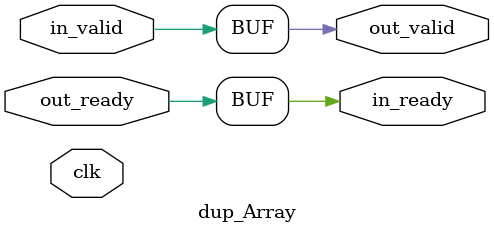
<source format=v>
module dup_Array #(
  parameter N = 1
)(
  input wire          clk,
  input wire          in_valid,
  output wire         in_ready,
  output wire [0:N-1] out_valid,
  input wire [0:N-1]  out_ready
);
    generate
        if(N == 1) begin
            assign in_ready = out_ready;
            assign out_valid = in_valid;
        end
        else begin
            reg [0:N-1] done;
            assign in_ready = | out_ready;
            assign out_valid = in_valid ? pending & ~(pending - 1) : 0; 
            wire [0:N-1] pending = out_ready & ~done;
            always @(posedge clk) begin
                done <= pending & ~out_valid ? done | out_valid : 0;
            end
        end
    endgenerate
endmodule
</source>
